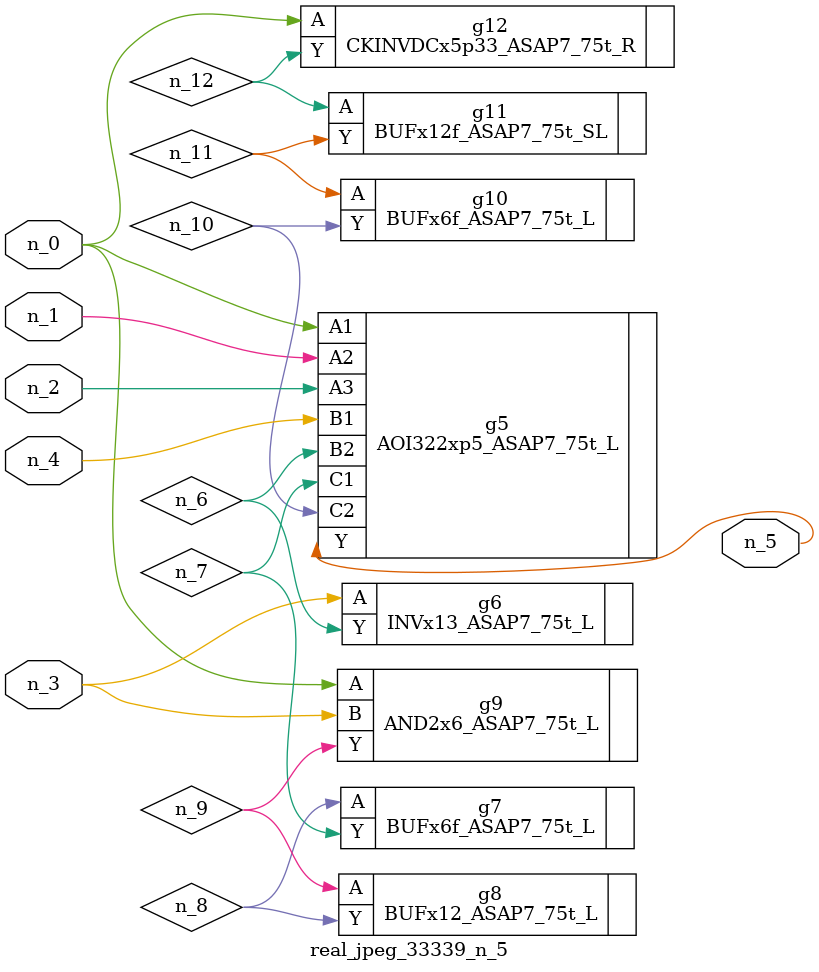
<source format=v>
module real_jpeg_33339_n_5 (n_4, n_0, n_1, n_2, n_3, n_5);

input n_4;
input n_0;
input n_1;
input n_2;
input n_3;

output n_5;

wire n_12;
wire n_8;
wire n_11;
wire n_6;
wire n_7;
wire n_10;
wire n_9;

AOI322xp5_ASAP7_75t_L g5 ( 
.A1(n_0),
.A2(n_1),
.A3(n_2),
.B1(n_4),
.B2(n_6),
.C1(n_7),
.C2(n_10),
.Y(n_5)
);

AND2x6_ASAP7_75t_L g9 ( 
.A(n_0),
.B(n_3),
.Y(n_9)
);

CKINVDCx5p33_ASAP7_75t_R g12 ( 
.A(n_0),
.Y(n_12)
);

INVx13_ASAP7_75t_L g6 ( 
.A(n_3),
.Y(n_6)
);

BUFx6f_ASAP7_75t_L g7 ( 
.A(n_8),
.Y(n_7)
);

BUFx12_ASAP7_75t_L g8 ( 
.A(n_9),
.Y(n_8)
);

BUFx6f_ASAP7_75t_L g10 ( 
.A(n_11),
.Y(n_10)
);

BUFx12f_ASAP7_75t_SL g11 ( 
.A(n_12),
.Y(n_11)
);


endmodule
</source>
